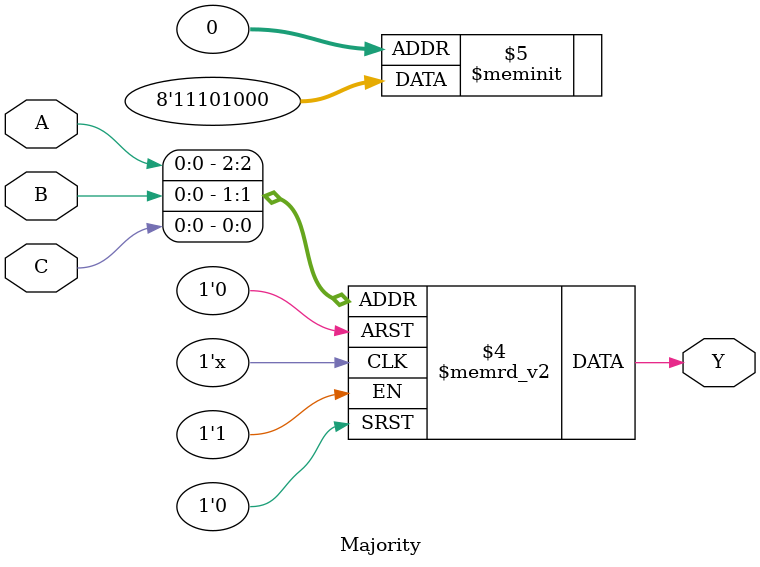
<source format=v>
  	                                            		
module Majority (A, B, C, Y);

   input  A, B, C;
   output reg Y;

   always @(*) begin
      // Count the number of inputs that are 1
      case ({A, B, C})
         3'b000: Y = 0;
         3'b001: Y = 0;
         3'b010: Y = 0;
         3'b011: Y = 1;
         3'b100: Y = 0;
         3'b101: Y = 1;
         3'b110: Y = 1;
         3'b111: Y = 1;
         default: Y = 0; // Default case for safety
      endcase
   end

endmodule
    
</source>
